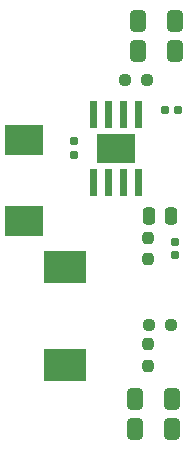
<source format=gbr>
%TF.GenerationSoftware,KiCad,Pcbnew,(6.0.1)*%
%TF.CreationDate,2022-05-13T18:05:17+02:00*%
%TF.ProjectId,RV_main_pcb_ESP32,52565f6d-6169-46e5-9f70-63625f455350,rev?*%
%TF.SameCoordinates,PX3d58588PY82b3790*%
%TF.FileFunction,Paste,Bot*%
%TF.FilePolarity,Positive*%
%FSLAX46Y46*%
G04 Gerber Fmt 4.6, Leading zero omitted, Abs format (unit mm)*
G04 Created by KiCad (PCBNEW (6.0.1)) date 2022-05-13 18:05:17*
%MOMM*%
%LPD*%
G01*
G04 APERTURE LIST*
G04 Aperture macros list*
%AMRoundRect*
0 Rectangle with rounded corners*
0 $1 Rounding radius*
0 $2 $3 $4 $5 $6 $7 $8 $9 X,Y pos of 4 corners*
0 Add a 4 corners polygon primitive as box body*
4,1,4,$2,$3,$4,$5,$6,$7,$8,$9,$2,$3,0*
0 Add four circle primitives for the rounded corners*
1,1,$1+$1,$2,$3*
1,1,$1+$1,$4,$5*
1,1,$1+$1,$6,$7*
1,1,$1+$1,$8,$9*
0 Add four rect primitives between the rounded corners*
20,1,$1+$1,$2,$3,$4,$5,0*
20,1,$1+$1,$4,$5,$6,$7,0*
20,1,$1+$1,$6,$7,$8,$9,0*
20,1,$1+$1,$8,$9,$2,$3,0*%
G04 Aperture macros list end*
%ADD10C,0.010000*%
%ADD11RoundRect,0.237500X-0.237500X0.250000X-0.237500X-0.250000X0.237500X-0.250000X0.237500X0.250000X0*%
%ADD12RoundRect,0.237500X0.250000X0.237500X-0.250000X0.237500X-0.250000X-0.237500X0.250000X-0.237500X0*%
%ADD13RoundRect,0.250000X-0.412500X-0.650000X0.412500X-0.650000X0.412500X0.650000X-0.412500X0.650000X0*%
%ADD14RoundRect,0.155000X-0.155000X0.212500X-0.155000X-0.212500X0.155000X-0.212500X0.155000X0.212500X0*%
%ADD15R,3.300000X2.500000*%
%ADD16R,3.600000X2.700000*%
%ADD17RoundRect,0.155000X0.212500X0.155000X-0.212500X0.155000X-0.212500X-0.155000X0.212500X-0.155000X0*%
%ADD18RoundRect,0.250000X0.250000X0.475000X-0.250000X0.475000X-0.250000X-0.475000X0.250000X-0.475000X0*%
G04 APERTURE END LIST*
D10*
%TO.C,U2*%
X131835000Y43250000D02*
X131835000Y41100000D01*
X131835000Y41100000D02*
X132285000Y41100000D01*
X132285000Y41100000D02*
X132285000Y43250000D01*
X132285000Y43250000D02*
X131835000Y43250000D01*
G36*
X132285000Y41100000D02*
G01*
X131835000Y41100000D01*
X131835000Y43250000D01*
X132285000Y43250000D01*
X132285000Y41100000D01*
G37*
X132285000Y41100000D02*
X131835000Y41100000D01*
X131835000Y43250000D01*
X132285000Y43250000D01*
X132285000Y41100000D01*
X129295000Y37500000D02*
X129295000Y35350000D01*
X129295000Y35350000D02*
X129745000Y35350000D01*
X129745000Y35350000D02*
X129745000Y37500000D01*
X129745000Y37500000D02*
X129295000Y37500000D01*
G36*
X129745000Y35350000D02*
G01*
X129295000Y35350000D01*
X129295000Y37500000D01*
X129745000Y37500000D01*
X129745000Y35350000D01*
G37*
X129745000Y35350000D02*
X129295000Y35350000D01*
X129295000Y37500000D01*
X129745000Y37500000D01*
X129745000Y35350000D01*
X129295000Y43250000D02*
X129295000Y41100000D01*
X129295000Y41100000D02*
X129745000Y41100000D01*
X129745000Y41100000D02*
X129745000Y43250000D01*
X129745000Y43250000D02*
X129295000Y43250000D01*
G36*
X129745000Y41100000D02*
G01*
X129295000Y41100000D01*
X129295000Y43250000D01*
X129745000Y43250000D01*
X129745000Y41100000D01*
G37*
X129745000Y41100000D02*
X129295000Y41100000D01*
X129295000Y43250000D01*
X129745000Y43250000D01*
X129745000Y41100000D01*
X130565000Y43250000D02*
X130565000Y41100000D01*
X130565000Y41100000D02*
X131015000Y41100000D01*
X131015000Y41100000D02*
X131015000Y43250000D01*
X131015000Y43250000D02*
X130565000Y43250000D01*
G36*
X131015000Y41100000D02*
G01*
X130565000Y41100000D01*
X130565000Y43250000D01*
X131015000Y43250000D01*
X131015000Y41100000D01*
G37*
X131015000Y41100000D02*
X130565000Y41100000D01*
X130565000Y43250000D01*
X131015000Y43250000D01*
X131015000Y41100000D01*
X129875000Y40500000D02*
X129875000Y38100000D01*
X129875000Y38100000D02*
X132975000Y38100000D01*
X132975000Y38100000D02*
X132975000Y40500000D01*
X132975000Y40500000D02*
X129875000Y40500000D01*
G36*
X132975000Y38100000D02*
G01*
X129875000Y38100000D01*
X129875000Y40500000D01*
X132975000Y40500000D01*
X132975000Y38100000D01*
G37*
X132975000Y38100000D02*
X129875000Y38100000D01*
X129875000Y40500000D01*
X132975000Y40500000D01*
X132975000Y38100000D01*
X131835000Y37500000D02*
X131835000Y35350000D01*
X131835000Y35350000D02*
X132285000Y35350000D01*
X132285000Y35350000D02*
X132285000Y37500000D01*
X132285000Y37500000D02*
X131835000Y37500000D01*
G36*
X132285000Y35350000D02*
G01*
X131835000Y35350000D01*
X131835000Y37500000D01*
X132285000Y37500000D01*
X132285000Y35350000D01*
G37*
X132285000Y35350000D02*
X131835000Y35350000D01*
X131835000Y37500000D01*
X132285000Y37500000D01*
X132285000Y35350000D01*
X133105000Y37500000D02*
X133105000Y35350000D01*
X133105000Y35350000D02*
X133555000Y35350000D01*
X133555000Y35350000D02*
X133555000Y37500000D01*
X133555000Y37500000D02*
X133105000Y37500000D01*
G36*
X133555000Y35350000D02*
G01*
X133105000Y35350000D01*
X133105000Y37500000D01*
X133555000Y37500000D01*
X133555000Y35350000D01*
G37*
X133555000Y35350000D02*
X133105000Y35350000D01*
X133105000Y37500000D01*
X133555000Y37500000D01*
X133555000Y35350000D01*
X130565000Y37500000D02*
X130565000Y35350000D01*
X130565000Y35350000D02*
X131015000Y35350000D01*
X131015000Y35350000D02*
X131015000Y37500000D01*
X131015000Y37500000D02*
X130565000Y37500000D01*
G36*
X131015000Y35350000D02*
G01*
X130565000Y35350000D01*
X130565000Y37500000D01*
X131015000Y37500000D01*
X131015000Y35350000D01*
G37*
X131015000Y35350000D02*
X130565000Y35350000D01*
X130565000Y37500000D01*
X131015000Y37500000D01*
X131015000Y35350000D01*
X133105000Y43250000D02*
X133105000Y41100000D01*
X133105000Y41100000D02*
X133555000Y41100000D01*
X133555000Y41100000D02*
X133555000Y43250000D01*
X133555000Y43250000D02*
X133105000Y43250000D01*
G36*
X133555000Y41100000D02*
G01*
X133105000Y41100000D01*
X133105000Y43250000D01*
X133555000Y43250000D01*
X133555000Y41100000D01*
G37*
X133555000Y41100000D02*
X133105000Y41100000D01*
X133105000Y43250000D01*
X133555000Y43250000D01*
X133555000Y41100000D01*
%TD*%
D11*
%TO.C,R45*%
X134175000Y22712500D03*
X134175000Y20887500D03*
%TD*%
D12*
%TO.C,R46*%
X136087500Y24300000D03*
X134262500Y24300000D03*
%TD*%
D11*
%TO.C,R44*%
X134175000Y31712500D03*
X134175000Y29887500D03*
%TD*%
D13*
%TO.C,C33*%
X133112500Y18050000D03*
X136237500Y18050000D03*
%TD*%
D14*
%TO.C,C32*%
X136425000Y31367500D03*
X136425000Y30232500D03*
%TD*%
D15*
%TO.C,D12*%
X123675000Y33150000D03*
X123675000Y39950000D03*
%TD*%
D13*
%TO.C,C34*%
X133112500Y15550000D03*
X136237500Y15550000D03*
%TD*%
%TO.C,C3*%
X133362500Y50050000D03*
X136487500Y50050000D03*
%TD*%
D16*
%TO.C,L1*%
X127175000Y29200000D03*
X127175000Y20900000D03*
%TD*%
D14*
%TO.C,C30*%
X127925000Y39867500D03*
X127925000Y38732500D03*
%TD*%
D17*
%TO.C,C29*%
X136742500Y42550000D03*
X135607500Y42550000D03*
%TD*%
D13*
%TO.C,C4*%
X133362500Y47550000D03*
X136487500Y47550000D03*
%TD*%
D12*
%TO.C,R43*%
X134087500Y45050000D03*
X132262500Y45050000D03*
%TD*%
D18*
%TO.C,C31*%
X136125000Y33550000D03*
X134225000Y33550000D03*
%TD*%
M02*

</source>
